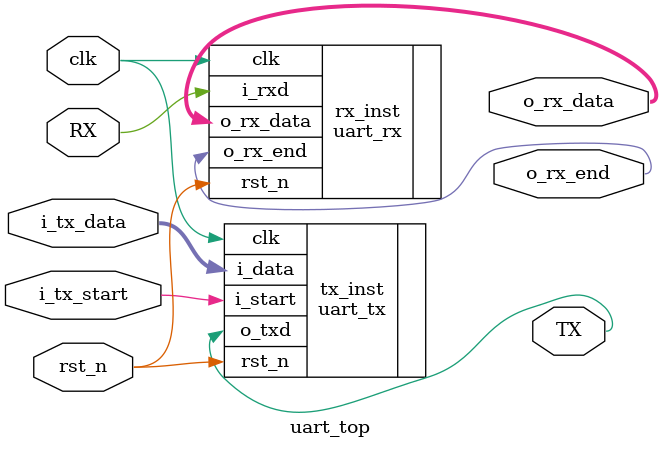
<source format=v>
`timescale 1ns / 1ps


module uart_top(
    input           clk         ,
    input           rst_n       ,
    output  [7:0]   o_rx_data   ,
    output          o_rx_end    ,
    input   [7:0]   i_tx_data   ,
    input           i_tx_start  ,
    input           RX          ,
    output          TX          
    );
    
parameter  CLK_FREQ = 4_000_000           ;
parameter  UART_BPS = 115200              ;   


   uart_rx 
//    #(                          
//        .CLK_FREQ       (CLK_FREQ),
//        .UART_BPS       (UART_BPS)
//        )
    rx_inst(                 
        .clk            (clk    ), 
        .rst_n          (rst_n  ),    
        .i_rxd          (RX     ),
        .o_rx_end       (o_rx_end),
        .o_rx_data      (o_rx_data)
        ); 
    
    
    uart_tx
//    #(
//    .CLK_FREQ       (CLK_FREQ),
//    .UART_BPS       (UART_BPS)
//    )
    tx_inst(
    .clk             (clk  ),                  
    .rst_n           (rst_n),               
    .i_start         (i_tx_start),
    .i_data          (i_tx_data),
    .o_txd           (TX)
);
    
endmodule

</source>
